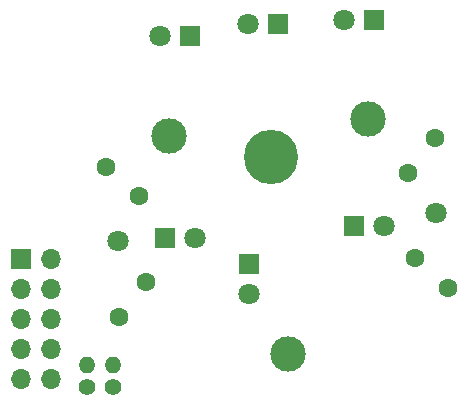
<source format=gbr>
%TF.GenerationSoftware,KiCad,Pcbnew,7.0.9*%
%TF.CreationDate,2024-01-20T08:14:19+10:00*%
%TF.ProjectId,DUAL NEEDLE-V03,4455414c-204e-4454-9544-4c452d563033,rev?*%
%TF.SameCoordinates,Original*%
%TF.FileFunction,Soldermask,Bot*%
%TF.FilePolarity,Negative*%
%FSLAX46Y46*%
G04 Gerber Fmt 4.6, Leading zero omitted, Abs format (unit mm)*
G04 Created by KiCad (PCBNEW 7.0.9) date 2024-01-20 08:14:19*
%MOMM*%
%LPD*%
G01*
G04 APERTURE LIST*
%ADD10C,1.400000*%
%ADD11O,1.400000X1.400000*%
%ADD12R,1.700000X1.700000*%
%ADD13O,1.700000X1.700000*%
%ADD14R,1.800000X1.800000*%
%ADD15C,1.800000*%
%ADD16C,3.000000*%
%ADD17C,4.600000*%
%ADD18C,1.600000*%
G04 APERTURE END LIST*
D10*
%TO.C,R1*%
X127650000Y-104955000D03*
D11*
X127650000Y-103055000D03*
%TD*%
D10*
%TO.C,R2*%
X129850000Y-104950000D03*
D11*
X129850000Y-103050000D03*
%TD*%
D12*
%TO.C,J1*%
X122050000Y-94070000D03*
D13*
X124590000Y-94070000D03*
X122050000Y-96610000D03*
X124590000Y-96610000D03*
X122050000Y-99150000D03*
X124590000Y-99150000D03*
X122050000Y-101690000D03*
X124590000Y-101690000D03*
X122050000Y-104230000D03*
X124590000Y-104230000D03*
%TD*%
D14*
%TO.C,D5*%
X134200000Y-92350000D03*
D15*
X136740000Y-92350000D03*
%TD*%
D14*
%TO.C,D4*%
X141325000Y-94550000D03*
D15*
X141325000Y-97090000D03*
%TD*%
D14*
%TO.C,D6*%
X150250000Y-91350000D03*
D15*
X152790000Y-91350000D03*
%TD*%
D14*
%TO.C,D3*%
X136300000Y-75250000D03*
D15*
X133760000Y-75250000D03*
%TD*%
D14*
%TO.C,D2*%
X151900000Y-73914000D03*
D15*
X149360000Y-73914000D03*
%TD*%
%TO.C,U1*%
X157171528Y-90250597D03*
D16*
X151440641Y-82229555D03*
X144659824Y-102136293D03*
D17*
X143199966Y-85450032D03*
D16*
X134524383Y-83699497D03*
D15*
X130274272Y-92603803D03*
D18*
X154793030Y-86814823D03*
X155425781Y-94047197D03*
X132652770Y-96039577D03*
X132020019Y-88807203D03*
X157085429Y-83873836D03*
X158223936Y-96542818D03*
X130330485Y-98983179D03*
X129221864Y-86311582D03*
%TD*%
D14*
%TO.C,D1*%
X143800000Y-74250000D03*
D15*
X141260000Y-74250000D03*
%TD*%
M02*

</source>
